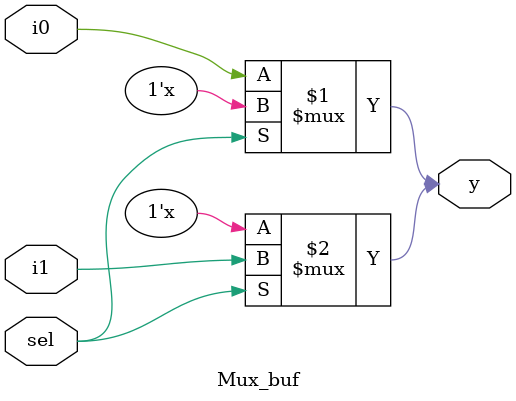
<source format=v>
module Mux_buf(
  input sel,i0,i1,
  output y);
  
  bufif0(y,i0,sel);
  bufif1(y,i1,sel);
 
endmodule


</source>
